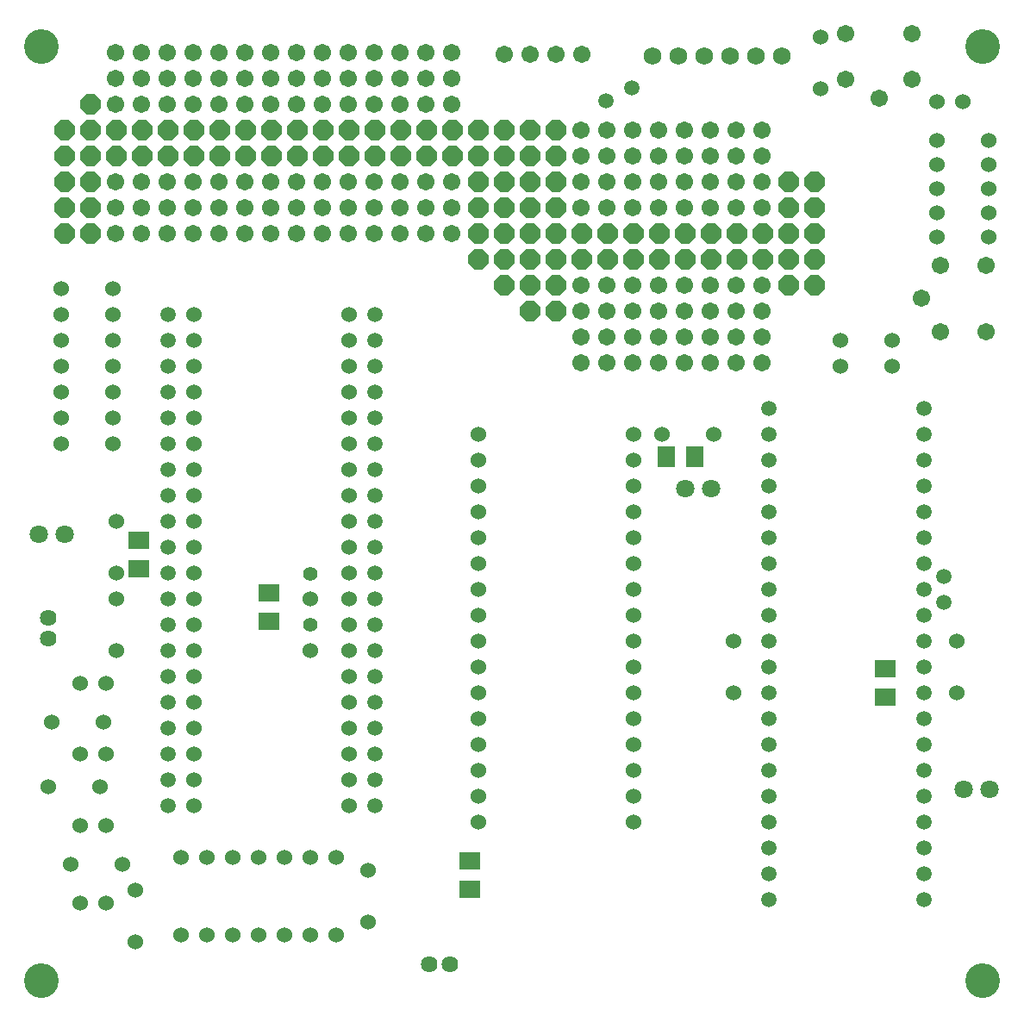
<source format=gbs>
G75*
%MOIN*%
%OFA0B0*%
%FSLAX25Y25*%
%IPPOS*%
%LPD*%
%AMOC8*
5,1,8,0,0,1.08239X$1,22.5*
%
%ADD10C,0.13398*%
%ADD11C,0.06000*%
%ADD12C,0.05950*%
%ADD13C,0.06737*%
%ADD14C,0.06800*%
%ADD15R,0.07099X0.07887*%
%ADD16R,0.07887X0.07099*%
%ADD17C,0.07100*%
%ADD18C,0.06400*%
%ADD19C,0.05550*%
%ADD20OC8,0.07800*%
%ADD21C,0.06706*%
D10*
X0078722Y0020537D03*
X0442472Y0020537D03*
X0442472Y0381787D03*
X0078722Y0381787D03*
D11*
X0086222Y0288037D03*
X0086222Y0278037D03*
X0086222Y0268037D03*
X0086222Y0258037D03*
X0086222Y0248037D03*
X0086222Y0238037D03*
X0086222Y0228037D03*
X0106222Y0228037D03*
X0106222Y0238037D03*
X0106222Y0248037D03*
X0106222Y0258037D03*
X0106222Y0268037D03*
X0106222Y0278037D03*
X0106222Y0288037D03*
X0137472Y0278037D03*
X0137472Y0268037D03*
X0137472Y0258037D03*
X0137472Y0248037D03*
X0137472Y0238037D03*
X0137472Y0228037D03*
X0137472Y0218037D03*
X0137472Y0208037D03*
X0137472Y0198037D03*
X0137472Y0188037D03*
X0137472Y0178037D03*
X0137472Y0168037D03*
X0137472Y0158037D03*
X0137472Y0148037D03*
X0137472Y0138037D03*
X0137472Y0128037D03*
X0137472Y0118037D03*
X0137472Y0108037D03*
X0137472Y0098037D03*
X0137472Y0088037D03*
X0132472Y0068037D03*
X0142472Y0068037D03*
X0152472Y0068037D03*
X0162472Y0068037D03*
X0172472Y0068037D03*
X0182472Y0068037D03*
X0192472Y0068037D03*
X0204972Y0063037D03*
X0204972Y0043037D03*
X0192472Y0038037D03*
X0182472Y0038037D03*
X0172472Y0038037D03*
X0162472Y0038037D03*
X0152472Y0038037D03*
X0142472Y0038037D03*
X0132472Y0038037D03*
X0114972Y0035537D03*
X0103724Y0050537D03*
X0093724Y0050537D03*
X0089972Y0065537D03*
X0093724Y0080537D03*
X0103724Y0080537D03*
X0101222Y0095537D03*
X0103724Y0108037D03*
X0093724Y0108037D03*
X0102472Y0120537D03*
X0103724Y0135537D03*
X0093724Y0135537D03*
X0107472Y0148037D03*
X0107472Y0168037D03*
X0107472Y0178037D03*
X0107472Y0198037D03*
X0182472Y0168037D03*
X0197472Y0168037D03*
X0197472Y0158037D03*
X0197472Y0148037D03*
X0197472Y0138037D03*
X0197472Y0128037D03*
X0197472Y0118037D03*
X0197472Y0108037D03*
X0197472Y0098037D03*
X0197472Y0088037D03*
X0247472Y0091787D03*
X0247472Y0101787D03*
X0247472Y0111787D03*
X0247472Y0121787D03*
X0247472Y0131787D03*
X0247472Y0141787D03*
X0247472Y0151787D03*
X0247472Y0161787D03*
X0247472Y0171787D03*
X0247472Y0181787D03*
X0247472Y0191787D03*
X0247472Y0201787D03*
X0247472Y0211787D03*
X0247472Y0221787D03*
X0247472Y0231787D03*
X0197472Y0228037D03*
X0197472Y0238037D03*
X0197472Y0248037D03*
X0197472Y0258037D03*
X0197472Y0268037D03*
X0197472Y0278037D03*
X0197472Y0218037D03*
X0197472Y0208037D03*
X0197472Y0198037D03*
X0197472Y0188037D03*
X0197472Y0178037D03*
X0182472Y0148037D03*
X0247472Y0081787D03*
X0307472Y0081787D03*
X0307472Y0091787D03*
X0307472Y0101787D03*
X0307472Y0111787D03*
X0307472Y0121787D03*
X0307472Y0131787D03*
X0307472Y0141787D03*
X0307472Y0151787D03*
X0307472Y0161787D03*
X0307472Y0171787D03*
X0307472Y0181787D03*
X0307472Y0191787D03*
X0307472Y0201787D03*
X0307472Y0211787D03*
X0307472Y0221787D03*
X0307472Y0231787D03*
X0318722Y0231787D03*
X0338722Y0231787D03*
X0387472Y0258037D03*
X0387472Y0268037D03*
X0407472Y0268037D03*
X0407472Y0258037D03*
X0424972Y0308037D03*
X0424972Y0317412D03*
X0424972Y0326787D03*
X0424972Y0336162D03*
X0424972Y0345537D03*
X0424972Y0360537D03*
X0434972Y0360537D03*
X0444972Y0345537D03*
X0444972Y0336162D03*
X0444972Y0326787D03*
X0444972Y0317412D03*
X0444972Y0308037D03*
X0379972Y0365537D03*
X0379972Y0385537D03*
X0346222Y0151787D03*
X0346222Y0131787D03*
X0432473Y0131787D03*
X0432473Y0151787D03*
X0114972Y0055537D03*
X0109972Y0065537D03*
X0081222Y0095537D03*
X0082472Y0120537D03*
D12*
X0127472Y0118037D03*
X0127472Y0108037D03*
X0127472Y0098037D03*
X0127472Y0088037D03*
X0127472Y0128037D03*
X0127472Y0138037D03*
X0127472Y0148037D03*
X0127472Y0158037D03*
X0127472Y0168037D03*
X0127472Y0178037D03*
X0127472Y0188037D03*
X0127472Y0198037D03*
X0127472Y0208037D03*
X0127472Y0218037D03*
X0127472Y0228037D03*
X0127472Y0238037D03*
X0127472Y0248037D03*
X0127472Y0258037D03*
X0127472Y0268037D03*
X0127472Y0278037D03*
X0207472Y0278037D03*
X0207472Y0268037D03*
X0207472Y0258037D03*
X0207472Y0248037D03*
X0207472Y0238037D03*
X0207472Y0228037D03*
X0207472Y0218037D03*
X0207472Y0208037D03*
X0207472Y0198037D03*
X0207472Y0188037D03*
X0207472Y0178037D03*
X0207472Y0168037D03*
X0207472Y0158037D03*
X0207472Y0148037D03*
X0207472Y0138037D03*
X0207472Y0128037D03*
X0207472Y0118037D03*
X0207472Y0108037D03*
X0207472Y0098037D03*
X0207472Y0088037D03*
X0359972Y0091787D03*
X0359972Y0101787D03*
X0359972Y0111787D03*
X0359972Y0121787D03*
X0359972Y0131787D03*
X0359972Y0141787D03*
X0359972Y0151787D03*
X0359972Y0161787D03*
X0359972Y0171787D03*
X0359972Y0181787D03*
X0359972Y0191787D03*
X0359972Y0201787D03*
X0359972Y0211787D03*
X0359972Y0221787D03*
X0359972Y0231787D03*
X0359972Y0241787D03*
X0419972Y0241787D03*
X0419972Y0231787D03*
X0419972Y0221787D03*
X0419972Y0211787D03*
X0419972Y0201787D03*
X0419972Y0191787D03*
X0419972Y0181787D03*
X0427589Y0176842D03*
X0419972Y0171787D03*
X0427589Y0166839D03*
X0419972Y0161787D03*
X0419972Y0151787D03*
X0419972Y0141787D03*
X0419972Y0131787D03*
X0419972Y0121787D03*
X0419972Y0111787D03*
X0419972Y0101787D03*
X0419972Y0091787D03*
X0419972Y0081787D03*
X0419972Y0071787D03*
X0419972Y0061787D03*
X0419972Y0051787D03*
X0359972Y0051787D03*
X0359972Y0061787D03*
X0359972Y0071787D03*
X0359972Y0081787D03*
X0296922Y0360651D03*
X0306926Y0365653D03*
D13*
X0287472Y0378663D03*
X0277472Y0378663D03*
X0267472Y0378663D03*
X0257472Y0378663D03*
X0389677Y0386896D03*
X0389677Y0369179D03*
X0402472Y0361896D03*
X0415268Y0369179D03*
X0415268Y0386896D03*
X0426114Y0297083D03*
X0418831Y0284287D03*
X0426114Y0271492D03*
X0443831Y0271492D03*
X0443831Y0297083D03*
D14*
X0364972Y0378037D03*
X0354972Y0378037D03*
X0344972Y0378037D03*
X0334972Y0378037D03*
X0324972Y0378037D03*
X0314972Y0378037D03*
D15*
X0320398Y0223037D03*
X0331422Y0223037D03*
D16*
X0405082Y0141091D03*
X0405082Y0130067D03*
X0244347Y0066674D03*
X0244347Y0055651D03*
X0166535Y0159401D03*
X0166535Y0170424D03*
X0116222Y0179713D03*
X0116222Y0190737D03*
D17*
X0087479Y0193097D03*
X0077479Y0193097D03*
X0327559Y0210603D03*
X0337559Y0210603D03*
X0435093Y0094316D03*
X0445093Y0094316D03*
D18*
X0236464Y0026794D03*
X0228590Y0026794D03*
X0081228Y0152899D03*
X0081228Y0160773D03*
D19*
X0182472Y0158037D03*
X0182472Y0177725D03*
D20*
X0267472Y0279287D03*
X0267472Y0289287D03*
X0257472Y0289287D03*
X0257472Y0299287D03*
X0257472Y0309287D03*
X0267472Y0309287D03*
X0267472Y0299287D03*
X0277472Y0299287D03*
X0277472Y0309287D03*
X0287472Y0309287D03*
X0287472Y0299287D03*
X0297472Y0299287D03*
X0297472Y0309287D03*
X0307472Y0309287D03*
X0307472Y0299287D03*
X0317472Y0299287D03*
X0317472Y0309287D03*
X0327472Y0309287D03*
X0327472Y0299287D03*
X0337472Y0299287D03*
X0337472Y0309287D03*
X0347472Y0309287D03*
X0347472Y0299287D03*
X0357472Y0299287D03*
X0357472Y0309287D03*
X0367472Y0309444D03*
X0367472Y0299444D03*
X0377472Y0299444D03*
X0377472Y0309444D03*
X0377472Y0319444D03*
X0367472Y0319444D03*
X0367472Y0329444D03*
X0377472Y0329444D03*
X0377472Y0289444D03*
X0367472Y0289444D03*
X0277472Y0289287D03*
X0277472Y0279287D03*
X0247472Y0299287D03*
X0247472Y0309287D03*
X0247472Y0319287D03*
X0247472Y0329287D03*
X0247472Y0339287D03*
X0237472Y0339287D03*
X0227472Y0339287D03*
X0217472Y0339287D03*
X0207472Y0339287D03*
X0197472Y0339287D03*
X0187472Y0339287D03*
X0177472Y0339287D03*
X0167472Y0339287D03*
X0157472Y0339287D03*
X0147472Y0339287D03*
X0137472Y0339287D03*
X0127472Y0339287D03*
X0117472Y0339287D03*
X0107472Y0339287D03*
X0097472Y0339287D03*
X0087472Y0339287D03*
X0087472Y0349287D03*
X0097472Y0349287D03*
X0097472Y0359287D03*
X0107472Y0349287D03*
X0117472Y0349287D03*
X0127472Y0349287D03*
X0137472Y0349287D03*
X0147472Y0349287D03*
X0157472Y0349287D03*
X0167472Y0349287D03*
X0177472Y0349287D03*
X0187472Y0349287D03*
X0197472Y0349287D03*
X0207472Y0349287D03*
X0217472Y0349287D03*
X0227472Y0349287D03*
X0237472Y0349287D03*
X0247472Y0349287D03*
X0257472Y0349287D03*
X0257472Y0339287D03*
X0267472Y0339287D03*
X0267472Y0349287D03*
X0277472Y0349287D03*
X0277472Y0339287D03*
X0277472Y0329287D03*
X0267472Y0329287D03*
X0257472Y0329287D03*
X0257472Y0319287D03*
X0267472Y0319287D03*
X0277472Y0319287D03*
X0097472Y0319287D03*
X0087472Y0319287D03*
X0087472Y0329287D03*
X0097472Y0329287D03*
X0097472Y0309287D03*
X0087472Y0309287D03*
D21*
X0107160Y0309287D03*
X0117160Y0309287D03*
X0127160Y0309287D03*
X0137160Y0309287D03*
X0147160Y0309287D03*
X0157160Y0309287D03*
X0167160Y0309287D03*
X0177160Y0309287D03*
X0187160Y0309287D03*
X0197160Y0309287D03*
X0207160Y0309287D03*
X0217160Y0309287D03*
X0227160Y0309287D03*
X0237160Y0309287D03*
X0237160Y0319287D03*
X0227160Y0319287D03*
X0217160Y0319287D03*
X0207160Y0319287D03*
X0197160Y0319287D03*
X0187160Y0319287D03*
X0177160Y0319287D03*
X0167160Y0319287D03*
X0157160Y0319287D03*
X0147160Y0319287D03*
X0137160Y0319287D03*
X0127160Y0319287D03*
X0117160Y0319287D03*
X0107160Y0319287D03*
X0107160Y0329287D03*
X0117160Y0329287D03*
X0127160Y0329287D03*
X0137160Y0329287D03*
X0147160Y0329287D03*
X0157160Y0329287D03*
X0167160Y0329287D03*
X0177160Y0329287D03*
X0187160Y0329287D03*
X0197160Y0329287D03*
X0207160Y0329287D03*
X0217160Y0329287D03*
X0227160Y0329287D03*
X0237160Y0329287D03*
X0237160Y0359287D03*
X0227160Y0359287D03*
X0217160Y0359287D03*
X0207160Y0359287D03*
X0197160Y0359287D03*
X0187160Y0359287D03*
X0177160Y0359287D03*
X0167160Y0359287D03*
X0157160Y0359287D03*
X0147160Y0359287D03*
X0137160Y0359287D03*
X0127160Y0359287D03*
X0117160Y0359287D03*
X0107160Y0359287D03*
X0107160Y0369287D03*
X0117160Y0369287D03*
X0127160Y0369287D03*
X0137160Y0369287D03*
X0147160Y0369287D03*
X0157160Y0369287D03*
X0167160Y0369287D03*
X0177160Y0369287D03*
X0187160Y0369287D03*
X0197160Y0369287D03*
X0207160Y0369287D03*
X0217160Y0369287D03*
X0227160Y0369287D03*
X0237160Y0369287D03*
X0237160Y0379287D03*
X0227160Y0379287D03*
X0217160Y0379287D03*
X0207160Y0379287D03*
X0197160Y0379287D03*
X0187160Y0379287D03*
X0177160Y0379287D03*
X0167160Y0379287D03*
X0157160Y0379287D03*
X0147160Y0379287D03*
X0137160Y0379287D03*
X0127160Y0379287D03*
X0117160Y0379287D03*
X0107160Y0379287D03*
X0287160Y0349287D03*
X0287160Y0339287D03*
X0297160Y0339287D03*
X0307160Y0339287D03*
X0317160Y0339287D03*
X0327160Y0339287D03*
X0337160Y0339287D03*
X0347160Y0339287D03*
X0357160Y0339287D03*
X0357160Y0349287D03*
X0347160Y0349287D03*
X0337160Y0349287D03*
X0327160Y0349287D03*
X0317160Y0349287D03*
X0307160Y0349287D03*
X0297160Y0349287D03*
X0297160Y0329287D03*
X0297160Y0319287D03*
X0307160Y0319287D03*
X0317160Y0319287D03*
X0327160Y0319287D03*
X0337160Y0319287D03*
X0347160Y0319287D03*
X0357160Y0319287D03*
X0357160Y0329287D03*
X0347160Y0329287D03*
X0337160Y0329287D03*
X0327160Y0329287D03*
X0317160Y0329287D03*
X0307160Y0329287D03*
X0287160Y0329287D03*
X0287160Y0319287D03*
X0287160Y0289287D03*
X0287160Y0279287D03*
X0287160Y0269287D03*
X0297160Y0269287D03*
X0307160Y0269287D03*
X0317160Y0269287D03*
X0327160Y0269287D03*
X0337160Y0269287D03*
X0347160Y0269287D03*
X0357160Y0269287D03*
X0357160Y0279287D03*
X0347160Y0279287D03*
X0337160Y0279287D03*
X0327160Y0279287D03*
X0317160Y0279287D03*
X0307160Y0279287D03*
X0297160Y0279287D03*
X0297160Y0289287D03*
X0307160Y0289287D03*
X0317160Y0289287D03*
X0327160Y0289287D03*
X0337160Y0289287D03*
X0347160Y0289287D03*
X0357160Y0289287D03*
X0357160Y0259287D03*
X0347160Y0259287D03*
X0337160Y0259287D03*
X0327160Y0259287D03*
X0317160Y0259287D03*
X0307160Y0259287D03*
X0297160Y0259287D03*
X0287160Y0259287D03*
M02*

</source>
